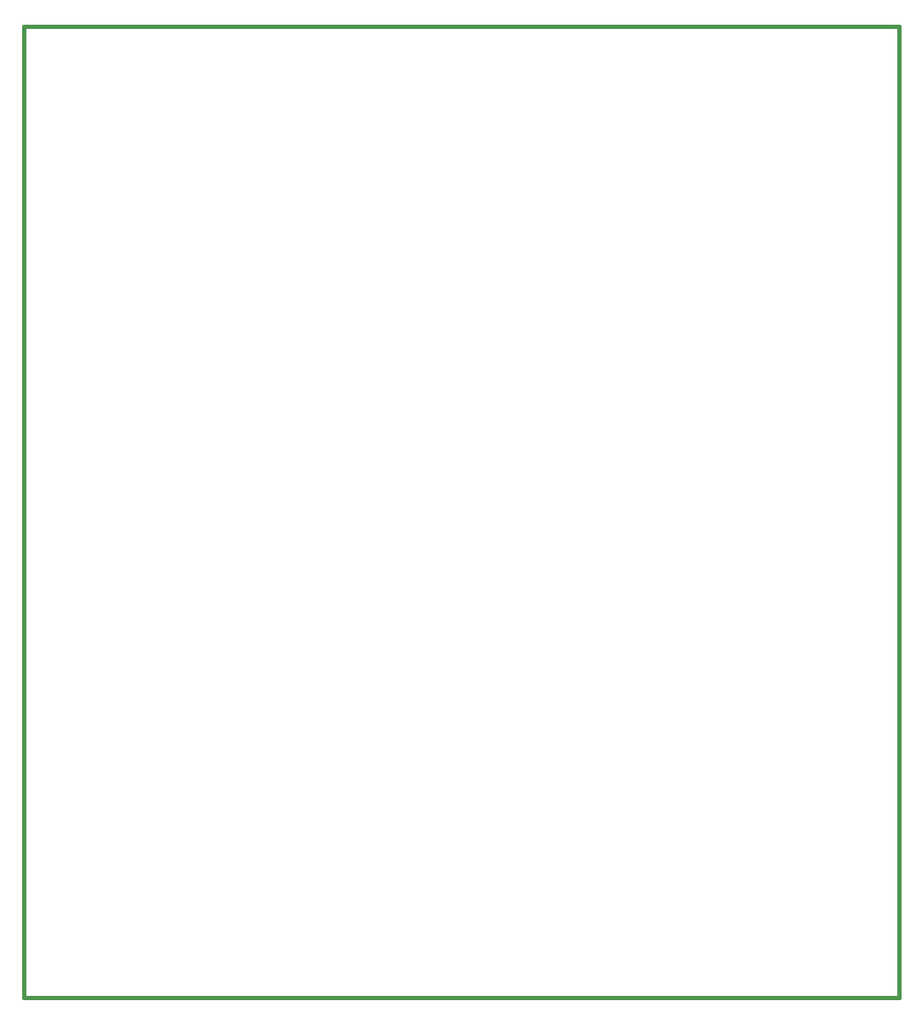
<source format=gbr>
G04 (created by PCBNEW-RS274X (2010-04-21 BZR 23xx)-stable) date Sun Nov 13 22:07:47 2011*
G01*
G70*
G90*
%MOIN*%
G04 Gerber Fmt 3.4, Leading zero omitted, Abs format*
%FSLAX34Y34*%
G04 APERTURE LIST*
%ADD10C,0.006000*%
%ADD11C,0.015000*%
G04 APERTURE END LIST*
G54D10*
G54D11*
X74250Y-58000D02*
X74250Y-20000D01*
X40000Y-58000D02*
X74250Y-58000D01*
X40000Y-54000D02*
X40000Y-58000D01*
X40000Y-20000D02*
X42250Y-20000D01*
X40000Y-54000D02*
X40000Y-20000D01*
X42250Y-20000D02*
X74250Y-20000D01*
M02*

</source>
